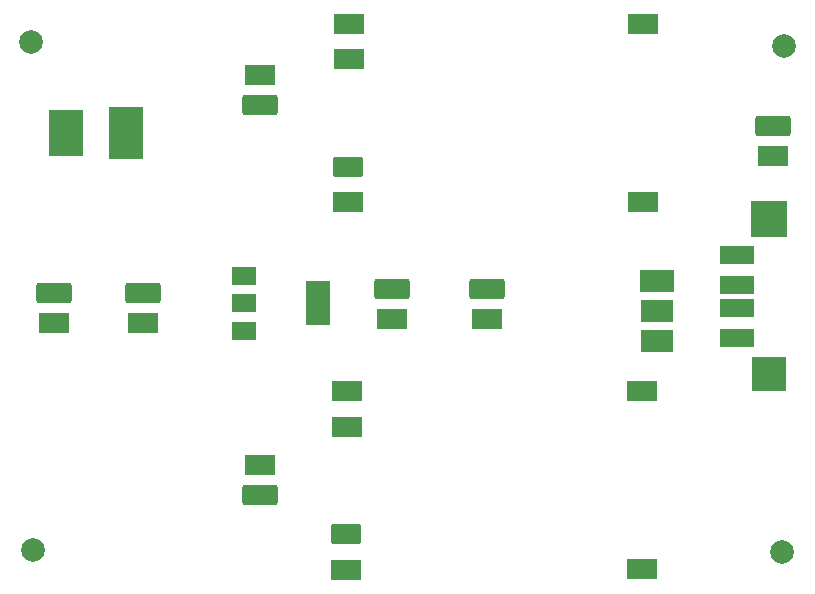
<source format=gbr>
%TF.GenerationSoftware,KiCad,Pcbnew,6.0.7+dfsg-1+b1*%
%TF.CreationDate,2022-10-20T00:29:16-05:00*%
%TF.ProjectId,solar_battery_charge,736f6c61-725f-4626-9174-746572795f63,rev?*%
%TF.SameCoordinates,Original*%
%TF.FileFunction,Soldermask,Top*%
%TF.FilePolarity,Negative*%
%FSLAX46Y46*%
G04 Gerber Fmt 4.6, Leading zero omitted, Abs format (unit mm)*
G04 Created by KiCad (PCBNEW 6.0.7+dfsg-1+b1) date 2022-10-20 00:29:16*
%MOMM*%
%LPD*%
G01*
G04 APERTURE LIST*
G04 Aperture macros list*
%AMRoundRect*
0 Rectangle with rounded corners*
0 $1 Rounding radius*
0 $2 $3 $4 $5 $6 $7 $8 $9 X,Y pos of 4 corners*
0 Add a 4 corners polygon primitive as box body*
4,1,4,$2,$3,$4,$5,$6,$7,$8,$9,$2,$3,0*
0 Add four circle primitives for the rounded corners*
1,1,$1+$1,$2,$3*
1,1,$1+$1,$4,$5*
1,1,$1+$1,$6,$7*
1,1,$1+$1,$8,$9*
0 Add four rect primitives between the rounded corners*
20,1,$1+$1,$2,$3,$4,$5,0*
20,1,$1+$1,$4,$5,$6,$7,0*
20,1,$1+$1,$6,$7,$8,$9,0*
20,1,$1+$1,$8,$9,$2,$3,0*%
%AMFreePoly0*
4,1,5,1.500000,-1.500000,-1.500000,-1.500000,-1.500000,1.500000,1.500000,1.500000,1.500000,-1.500000,1.500000,-1.500000,$1*%
G04 Aperture macros list end*
%ADD10RoundRect,0.250000X-1.250000X0.620000X-1.250000X-0.620000X1.250000X-0.620000X1.250000X0.620000X0*%
%ADD11R,2.540000X1.740000*%
%ADD12R,3.000000X1.905000*%
%ADD13R,2.700000X1.905000*%
%ADD14R,3.000000X4.500000*%
%ADD15R,3.000000X4.000000*%
%ADD16C,2.000000*%
%ADD17RoundRect,0.250000X1.250000X-0.620000X1.250000X0.620000X-1.250000X0.620000X-1.250000X-0.620000X0*%
%ADD18R,2.000000X1.500000*%
%ADD19R,2.000000X3.800000*%
%ADD20RoundRect,0.250000X-1.020000X0.620000X-1.020000X-0.620000X1.020000X-0.620000X1.020000X0.620000X0*%
%ADD21R,3.000000X1.600000*%
%ADD22FreePoly0,90.000000*%
%ADD23R,3.000000X3.000000*%
G04 APERTURE END LIST*
D10*
%TO.C,J9*%
X130642500Y-48730000D03*
D11*
X130642500Y-51270000D03*
%TD*%
D10*
%TO.C,J8*%
X162842500Y-34930000D03*
D11*
X162842500Y-37470000D03*
%TD*%
D12*
%TO.C,U1*%
X153017500Y-48055000D03*
D13*
X153017500Y-50595000D03*
X153017500Y-53135000D03*
%TD*%
D14*
%TO.C,J4*%
X108090000Y-35500000D03*
D15*
X103010000Y-35500000D03*
%TD*%
D16*
%TO.C,H3*%
X100200000Y-70800000D03*
%TD*%
D11*
%TO.C,J2*%
X109570000Y-51600000D03*
D10*
X109570000Y-49060000D03*
%TD*%
D16*
%TO.C,H4*%
X163600000Y-71000000D03*
%TD*%
D17*
%TO.C,J6*%
X119407500Y-33200000D03*
D11*
X119407500Y-30660000D03*
%TD*%
D18*
%TO.C,U2*%
X118058300Y-52252000D03*
X118058300Y-49952000D03*
D19*
X124358300Y-49952000D03*
D18*
X118058300Y-47652000D03*
%TD*%
D16*
%TO.C,H1*%
X100070000Y-27800000D03*
%TD*%
D10*
%TO.C,J7*%
X138642500Y-48730000D03*
D11*
X138642500Y-51270000D03*
%TD*%
D20*
%TO.C,U3*%
X126900200Y-38402800D03*
D11*
X126950200Y-29302800D03*
X126900200Y-41402800D03*
X126950200Y-26302800D03*
X151900200Y-41352800D03*
X151900200Y-26302800D03*
%TD*%
%TO.C,J3*%
X101970000Y-51600000D03*
D10*
X101970000Y-49060000D03*
%TD*%
D21*
%TO.C,J1*%
X159790800Y-52877600D03*
X159790800Y-50377600D03*
X159790800Y-48377600D03*
X159790800Y-45877600D03*
D22*
X162500800Y-42807600D03*
D23*
X162500800Y-55947600D03*
%TD*%
D16*
%TO.C,H2*%
X163800000Y-28200000D03*
%TD*%
D17*
%TO.C,J5*%
X119407500Y-66141600D03*
D11*
X119407500Y-63601600D03*
%TD*%
D20*
%TO.C,U4*%
X126747800Y-69492400D03*
D11*
X126797800Y-60392400D03*
X126747800Y-72492400D03*
X126797800Y-57392400D03*
X151747800Y-72442400D03*
X151747800Y-57392400D03*
%TD*%
M02*

</source>
